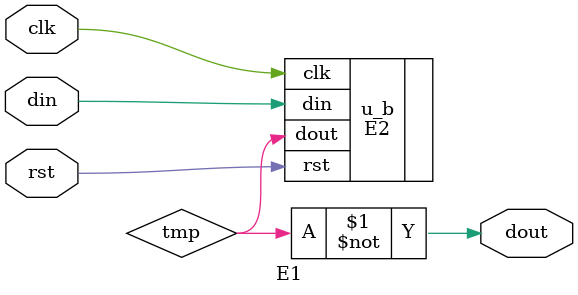
<source format=v>

module E1
  (input clk,
   input rst,
   input  din,
   output dout
   );
   // verilator foreign_module
   wire   tmp;
   E2 u_b(.clk(clk),
	  .rst(rst),
	  .din(din),
	  .dout(tmp));
   assign dout = ~tmp;
endmodule

</source>
